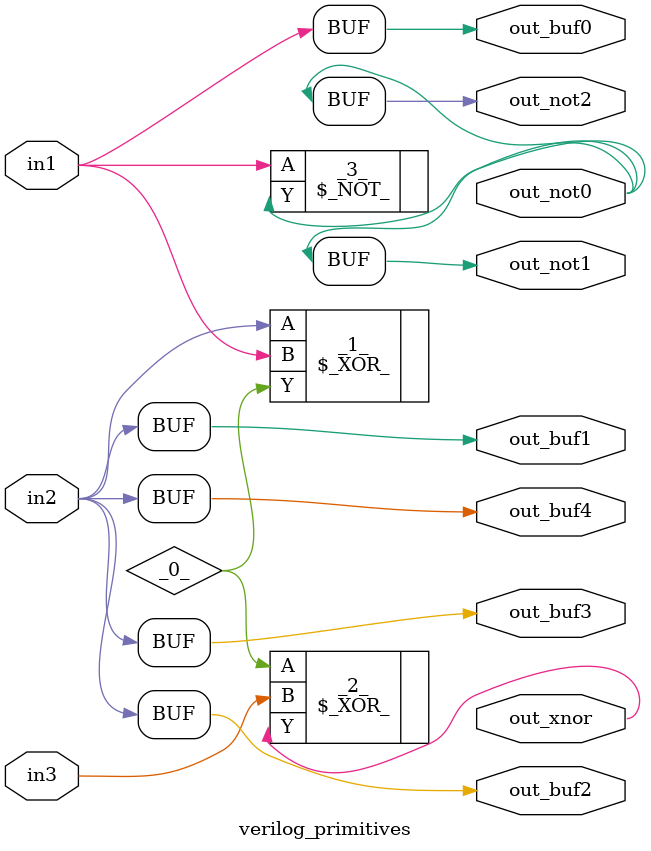
<source format=v>
/* Generated by Yosys 0.56+171 (git sha1 6fdcdd41d, g++ 11.4.0-1ubuntu1~22.04.2 -Og -fPIC) */

(* src = "dut.sv:1.1-15.10" *)
(* top =  1  *)
module verilog_primitives(in1, in2, in3, out_buf0, out_buf1, out_buf2, out_buf3, out_buf4, out_not0, out_not1, out_not2, out_xnor);
  (* src = "dut.sv:2.13-2.16" *)
  input in1;
  wire in1;
  (* src = "dut.sv:2.18-2.21" *)
  input in2;
  wire in2;
  (* src = "dut.sv:2.23-2.26" *)
  input in3;
  wire in3;
  (* src = "dut.sv:3.14-3.22" *)
  output out_buf0;
  wire out_buf0;
  (* src = "dut.sv:3.24-3.32" *)
  output out_buf1;
  wire out_buf1;
  (* src = "dut.sv:3.34-3.42" *)
  output out_buf2;
  wire out_buf2;
  (* src = "dut.sv:3.44-3.52" *)
  output out_buf3;
  wire out_buf3;
  (* src = "dut.sv:3.54-3.62" *)
  output out_buf4;
  wire out_buf4;
  (* src = "dut.sv:4.14-4.22" *)
  output out_not0;
  wire out_not0;
  (* src = "dut.sv:4.24-4.32" *)
  output out_not1;
  wire out_not1;
  (* src = "dut.sv:4.34-4.42" *)
  output out_not2;
  wire out_not2;
  (* src = "dut.sv:5.14-5.22" *)
  output out_xnor;
  wire out_xnor;
  wire _0_;
  \$_XOR_  _1_ (
    .A(in2),
    .B(in1),
    .Y(_0_)
  );
  \$_XOR_  _2_ (
    .A(_0_),
    .B(in3),
    .Y(out_xnor)
  );
  \$_NOT_  _3_ (
    .A(in1),
    .Y(out_not0)
  );
  assign out_buf0 = in1;
  assign out_buf1 = in2;
  assign out_buf2 = in2;
  assign out_buf3 = in2;
  assign out_buf4 = in2;
  assign out_not1 = out_not0;
  assign out_not2 = out_not0;
endmodule

</source>
